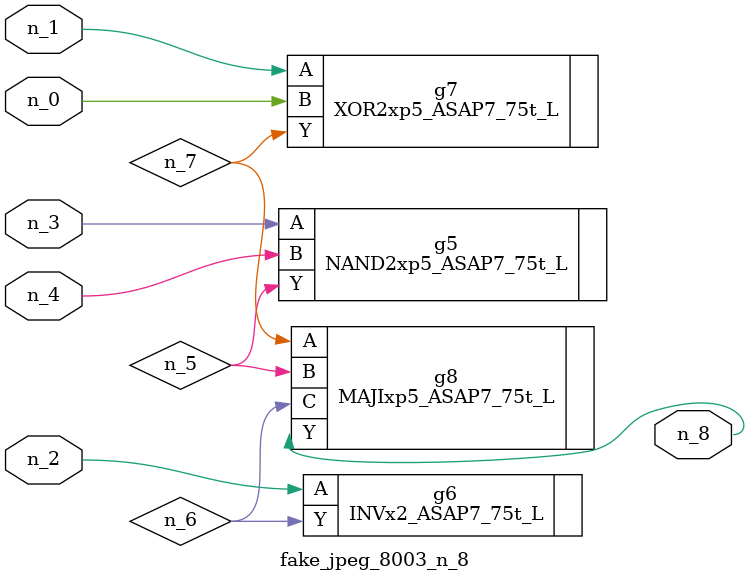
<source format=v>
module fake_jpeg_8003_n_8 (n_3, n_2, n_1, n_0, n_4, n_8);

input n_3;
input n_2;
input n_1;
input n_0;
input n_4;

output n_8;

wire n_6;
wire n_5;
wire n_7;

NAND2xp5_ASAP7_75t_L g5 ( 
.A(n_3),
.B(n_4),
.Y(n_5)
);

INVx2_ASAP7_75t_L g6 ( 
.A(n_2),
.Y(n_6)
);

XOR2xp5_ASAP7_75t_L g7 ( 
.A(n_1),
.B(n_0),
.Y(n_7)
);

MAJIxp5_ASAP7_75t_L g8 ( 
.A(n_7),
.B(n_5),
.C(n_6),
.Y(n_8)
);


endmodule
</source>
